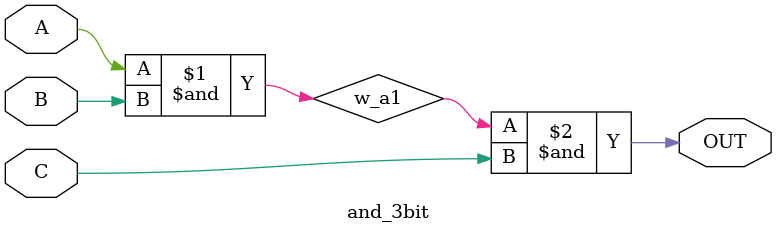
<source format=v>
module and_3bit(input A, input B, input C , output OUT);

wire w_a1,w_a2;

and AND1(w_a1,A,B);
and AND2(OUT,w_a1,C);

endmodule
</source>
